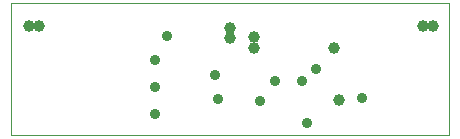
<source format=gbr>
%TF.GenerationSoftware,KiCad,Pcbnew,5.1.9-1.fc32*%
%TF.CreationDate,2021-02-20T11:42:22+01:00*%
%TF.ProjectId,rgb_led_strip_amp,7267625f-6c65-4645-9f73-747269705f61,rev?*%
%TF.SameCoordinates,Original*%
%TF.FileFunction,Soldermask,Bot*%
%TF.FilePolarity,Negative*%
%FSLAX46Y46*%
G04 Gerber Fmt 4.6, Leading zero omitted, Abs format (unit mm)*
G04 Created by KiCad (PCBNEW 5.1.9-1.fc32) date 2021-02-20 11:42:22*
%MOMM*%
%LPD*%
G01*
G04 APERTURE LIST*
%TA.AperFunction,Profile*%
%ADD10C,0.050000*%
%TD*%
%ADD11C,0.900000*%
%ADD12C,1.000000*%
G04 APERTURE END LIST*
D10*
X186944000Y-127762000D02*
X149860000Y-127762000D01*
X186944000Y-138938000D02*
X186944000Y-127762000D01*
X149860000Y-138938000D02*
X186944000Y-138938000D01*
X149860000Y-127762000D02*
X149860000Y-138938000D01*
D11*
X163068000Y-130556000D03*
X167386000Y-135890000D03*
D12*
X170434000Y-131500000D03*
X170434000Y-130600000D03*
X177609500Y-135953500D03*
X177165000Y-131572000D03*
X185547000Y-129667000D03*
X151384000Y-129667000D03*
X152220000Y-129667000D03*
X184700000Y-129667000D03*
X168402000Y-130700000D03*
X168402000Y-129850000D03*
D11*
X162052000Y-132588000D03*
X174498000Y-134366000D03*
X175641000Y-133350000D03*
X170942000Y-136017000D03*
X167132000Y-133858000D03*
X162052000Y-134874000D03*
X172212000Y-134366000D03*
X162052000Y-137160000D03*
X174879000Y-137922000D03*
X179578000Y-135763000D03*
M02*

</source>
